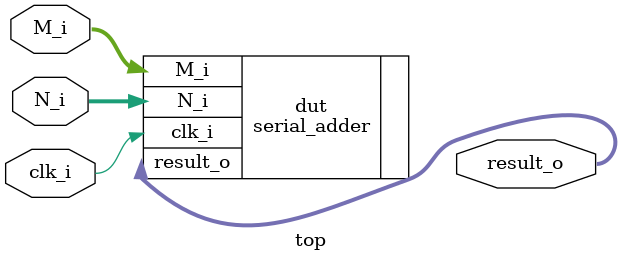
<source format=sv>
module top (
    //inputs
    input logic clk_i,
    input logic [7:0] M_i,
    input logic [7:0] N_i,
    //outputs
    output logic [8:0] result_o
);
    //code
    serial_adder dut (
        .clk_i    (clk_i),
    	.M_i      (M_i),
    	.N_i      (N_i),
    	.result_o (result_o)
    );
endmodule : top

</source>
